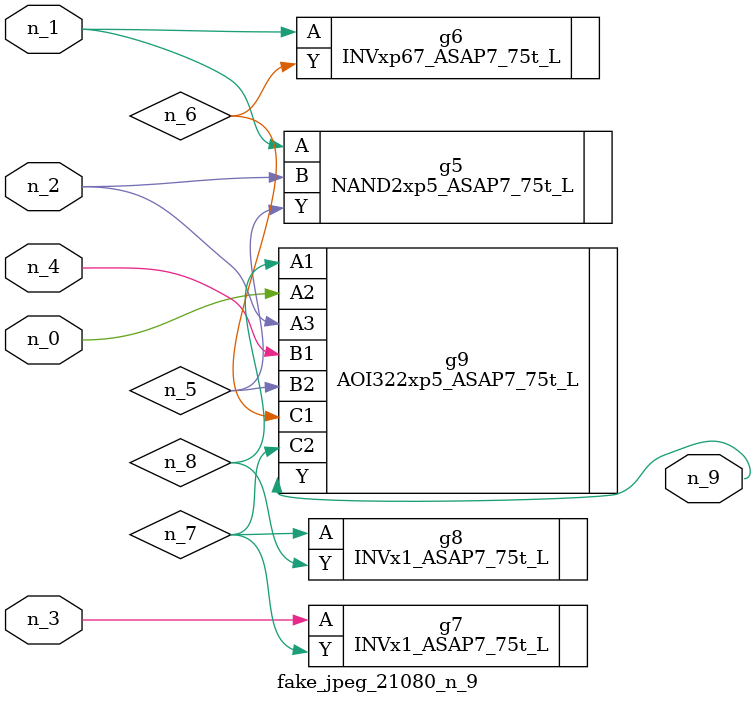
<source format=v>
module fake_jpeg_21080_n_9 (n_3, n_2, n_1, n_0, n_4, n_9);

input n_3;
input n_2;
input n_1;
input n_0;
input n_4;

output n_9;

wire n_8;
wire n_6;
wire n_5;
wire n_7;

NAND2xp5_ASAP7_75t_L g5 ( 
.A(n_1),
.B(n_2),
.Y(n_5)
);

INVxp67_ASAP7_75t_L g6 ( 
.A(n_1),
.Y(n_6)
);

INVx1_ASAP7_75t_L g7 ( 
.A(n_3),
.Y(n_7)
);

INVx1_ASAP7_75t_L g8 ( 
.A(n_7),
.Y(n_8)
);

AOI322xp5_ASAP7_75t_L g9 ( 
.A1(n_8),
.A2(n_0),
.A3(n_2),
.B1(n_4),
.B2(n_5),
.C1(n_6),
.C2(n_7),
.Y(n_9)
);


endmodule
</source>
